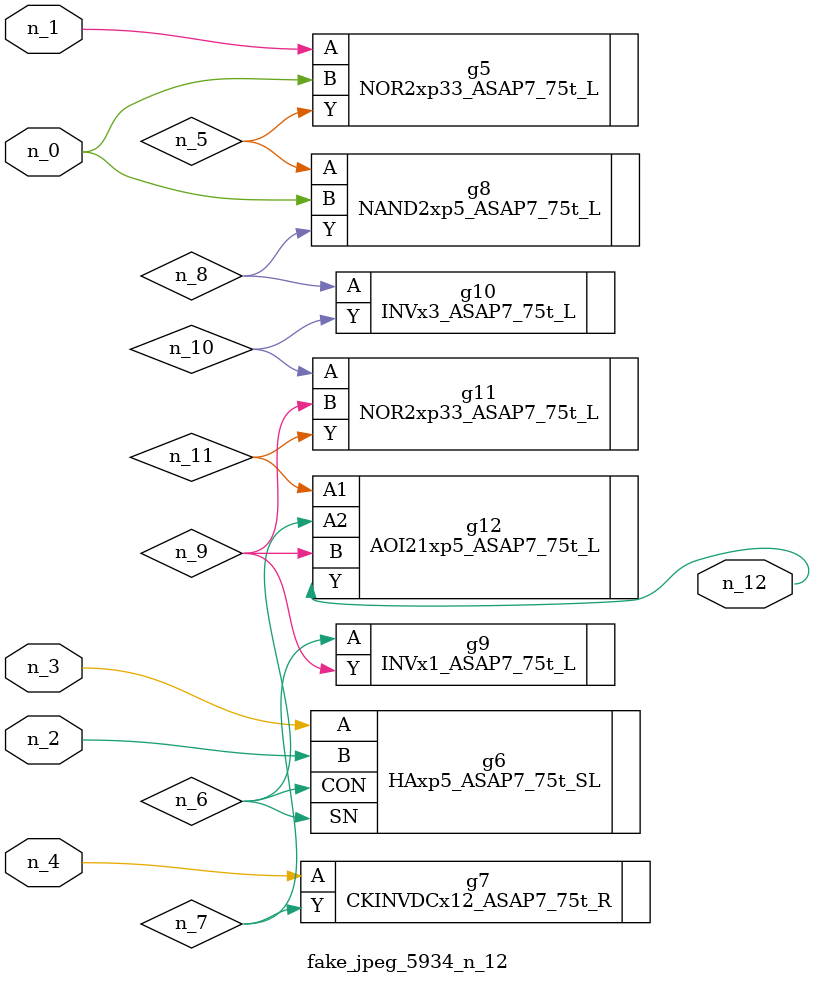
<source format=v>
module fake_jpeg_5934_n_12 (n_3, n_2, n_1, n_0, n_4, n_12);

input n_3;
input n_2;
input n_1;
input n_0;
input n_4;

output n_12;

wire n_11;
wire n_10;
wire n_8;
wire n_9;
wire n_6;
wire n_5;
wire n_7;

NOR2xp33_ASAP7_75t_L g5 ( 
.A(n_1),
.B(n_0),
.Y(n_5)
);

HAxp5_ASAP7_75t_SL g6 ( 
.A(n_3),
.B(n_2),
.CON(n_6),
.SN(n_6)
);

CKINVDCx12_ASAP7_75t_R g7 ( 
.A(n_4),
.Y(n_7)
);

NAND2xp5_ASAP7_75t_L g8 ( 
.A(n_5),
.B(n_0),
.Y(n_8)
);

INVx3_ASAP7_75t_L g10 ( 
.A(n_8),
.Y(n_10)
);

INVx1_ASAP7_75t_L g9 ( 
.A(n_7),
.Y(n_9)
);

NOR2xp33_ASAP7_75t_L g11 ( 
.A(n_10),
.B(n_9),
.Y(n_11)
);

AOI21xp5_ASAP7_75t_L g12 ( 
.A1(n_11),
.A2(n_6),
.B(n_9),
.Y(n_12)
);


endmodule
</source>
